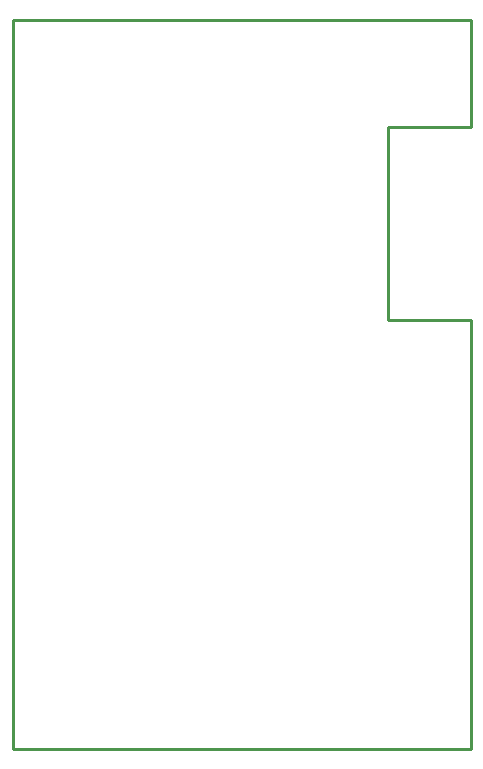
<source format=gbr>
G04 EAGLE Gerber X2 export*
G75*
%MOIN*%
%FSLAX25Y25*%
%LPD*%
%AMOC8*
5,1,8,0,0,1.08239X$1,22.5*%
G01*
%ADD10C,0.010000*%


D10*
X0Y0D02*
X152500Y0D01*
X152500Y143125D01*
X125000Y143125D01*
X125000Y207500D01*
X152500Y207500D01*
X152500Y243110D01*
X0Y243110D01*
X0Y0D01*
M02*

</source>
